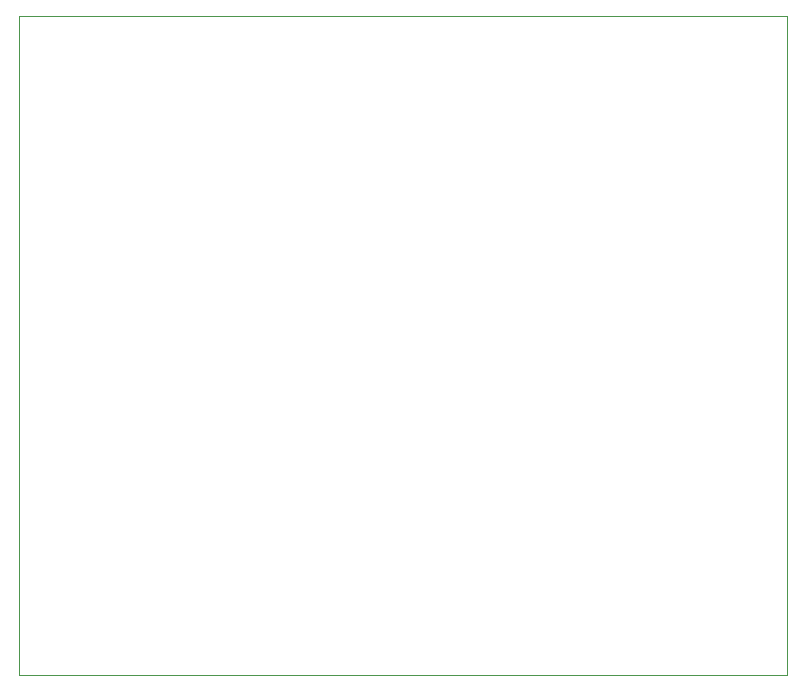
<source format=gm1>
%TF.GenerationSoftware,KiCad,Pcbnew,9.0.0*%
%TF.CreationDate,2025-04-07T15:36:10+02:00*%
%TF.ProjectId,AES42HAT,41455334-3248-4415-942e-6b696361645f,rev?*%
%TF.SameCoordinates,PX5f5e100PY5f5e100*%
%TF.FileFunction,Profile,NP*%
%FSLAX46Y46*%
G04 Gerber Fmt 4.6, Leading zero omitted, Abs format (unit mm)*
G04 Created by KiCad (PCBNEW 9.0.0) date 2025-04-07 15:36:10*
%MOMM*%
%LPD*%
G01*
G04 APERTURE LIST*
%TA.AperFunction,Profile*%
%ADD10C,0.002540*%
%TD*%
G04 APERTURE END LIST*
D10*
X32500000Y-52100000D02*
X32500000Y3750000D01*
X-32500000Y-52100000D02*
X32500000Y-52100000D01*
X-32500000Y3750000D02*
X-32500000Y-52100000D01*
X32500000Y3750000D02*
X-32500000Y3750000D01*
M02*

</source>
